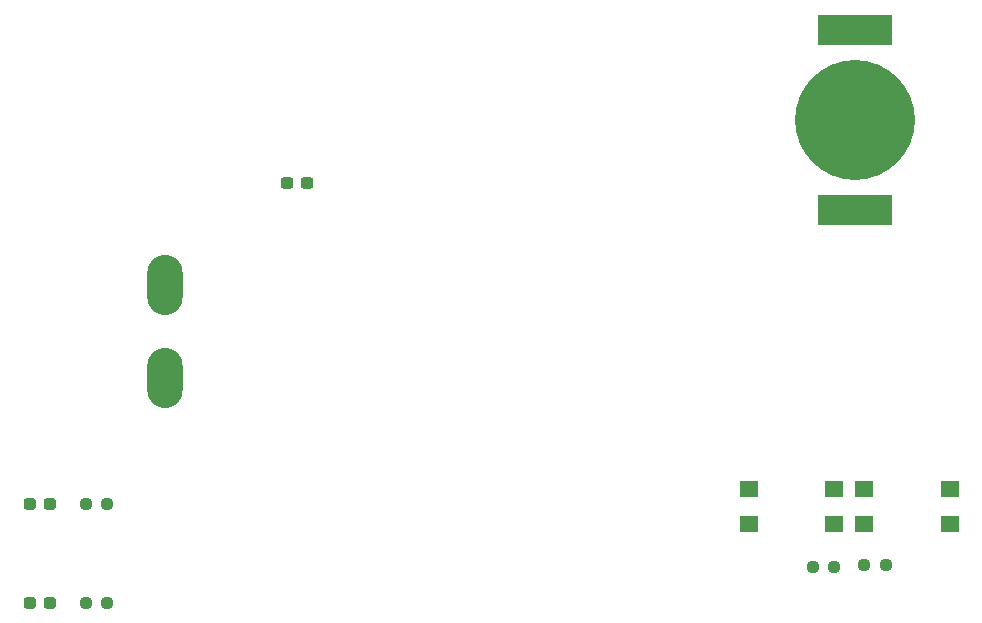
<source format=gtp>
G04 #@! TF.GenerationSoftware,KiCad,Pcbnew,(6.0.8)*
G04 #@! TF.CreationDate,2022-11-19T15:58:00-06:00*
G04 #@! TF.ProjectId,BlackBox_Rev1,426c6163-6b42-46f7-985f-526576312e6b,rev?*
G04 #@! TF.SameCoordinates,Original*
G04 #@! TF.FileFunction,Paste,Top*
G04 #@! TF.FilePolarity,Positive*
%FSLAX46Y46*%
G04 Gerber Fmt 4.6, Leading zero omitted, Abs format (unit mm)*
G04 Created by KiCad (PCBNEW (6.0.8)) date 2022-11-19 15:58:00*
%MOMM*%
%LPD*%
G01*
G04 APERTURE LIST*
G04 Aperture macros list*
%AMRoundRect*
0 Rectangle with rounded corners*
0 $1 Rounding radius*
0 $2 $3 $4 $5 $6 $7 $8 $9 X,Y pos of 4 corners*
0 Add a 4 corners polygon primitive as box body*
4,1,4,$2,$3,$4,$5,$6,$7,$8,$9,$2,$3,0*
0 Add four circle primitives for the rounded corners*
1,1,$1+$1,$2,$3*
1,1,$1+$1,$4,$5*
1,1,$1+$1,$6,$7*
1,1,$1+$1,$8,$9*
0 Add four rect primitives between the rounded corners*
20,1,$1+$1,$2,$3,$4,$5,0*
20,1,$1+$1,$4,$5,$6,$7,0*
20,1,$1+$1,$6,$7,$8,$9,0*
20,1,$1+$1,$8,$9,$2,$3,0*%
G04 Aperture macros list end*
%ADD10RoundRect,0.237500X-0.287500X-0.237500X0.287500X-0.237500X0.287500X0.237500X-0.287500X0.237500X0*%
%ADD11RoundRect,0.237500X-0.250000X-0.237500X0.250000X-0.237500X0.250000X0.237500X-0.250000X0.237500X0*%
%ADD12R,1.600000X1.400000*%
%ADD13O,3.000000X5.100000*%
%ADD14RoundRect,0.237500X0.300000X0.237500X-0.300000X0.237500X-0.300000X-0.237500X0.300000X-0.237500X0*%
%ADD15RoundRect,0.237500X0.250000X0.237500X-0.250000X0.237500X-0.250000X-0.237500X0.250000X-0.237500X0*%
%ADD16R,6.350000X2.540000*%
%ADD17C,10.160000*%
G04 APERTURE END LIST*
D10*
X59614500Y-103378000D03*
X61364500Y-103378000D03*
D11*
X130302000Y-100228400D03*
X132127000Y-100228400D03*
X64365500Y-103378000D03*
X66190500Y-103378000D03*
D12*
X127762000Y-96726000D03*
X120562000Y-96726000D03*
X120562000Y-93726000D03*
X127762000Y-93726000D03*
D13*
X71120000Y-76454000D03*
X71120000Y-84328000D03*
D14*
X83112500Y-67816000D03*
X81387500Y-67816000D03*
D10*
X59614500Y-94996000D03*
X61364500Y-94996000D03*
D11*
X64365500Y-94996000D03*
X66190500Y-94996000D03*
D15*
X127762000Y-100330000D03*
X125937000Y-100330000D03*
D12*
X137502000Y-96726000D03*
X130302000Y-96726000D03*
X137502000Y-93726000D03*
X130302000Y-93726000D03*
D16*
X129540000Y-54864000D03*
X129540000Y-70104000D03*
D17*
X129540000Y-62484000D03*
M02*

</source>
